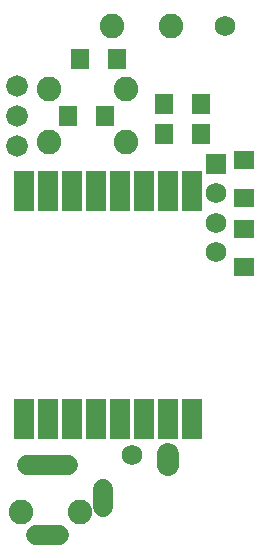
<source format=gbs>
G04 ---------------------------- Layer name :BOTTOM SOLDER LAYER*
G04 EasyEDA v5.3.2, Sat, 10 Mar 2018 16:58:59 GMT*
G04 Gerber Generator version 0.2*
G04 Scale: 100 percent, Rotated: No, Reflected: No *
G04 Dimensions in millimeters *
G04 leading zeros omitted , absolute positions ,3 integer and 3 decimal *
%FSLAX33Y33*%
%MOMM*%
G90*
G71D02*

%ADD29R,1.803197X1.503197*%
%ADD30R,1.727200X3.454400*%
%ADD41C,1.828800*%
%ADD42C,1.703197*%
%ADD43R,1.503197X1.803197*%
%ADD44C,2.082800*%
%ADD45R,1.727200X1.727200*%
%ADD46C,1.727200*%

%LPD*%
G54D41*
G01X15748Y9436D02*
G01X15748Y8521D01*
G54D42*
G01X3837Y8481D02*
G01X7338Y8481D01*
G01X4588Y2585D02*
G01X6587Y2585D01*
G01X10287Y4926D02*
G01X10287Y6426D01*
G54D29*
G01X22225Y31127D03*
G01X22225Y34327D03*
G01X22227Y25288D03*
G01X22227Y28488D03*
G54D43*
G01X7290Y38061D03*
G01X10489Y38061D03*
G01X18617Y36537D03*
G01X15418Y36537D03*
G01X11505Y42887D03*
G01X8306Y42887D03*
G01X15418Y39077D03*
G01X18617Y39077D03*
G54D30*
G01X3556Y31711D03*
G01X5588Y31711D03*
G01X7620Y31711D03*
G01X9652Y31711D03*
G01X11684Y31711D03*
G01X13716Y31711D03*
G01X15748Y31711D03*
G01X17780Y31711D03*
G01X17780Y12407D03*
G01X15748Y12407D03*
G01X13716Y12407D03*
G01X11684Y12407D03*
G01X9652Y12407D03*
G01X7620Y12407D03*
G01X5588Y12407D03*
G01X3556Y12407D03*
G54D44*
G01X3304Y4526D03*
G01X8303Y4533D03*
G01X15999Y45689D03*
G01X11000Y45681D03*
G01X5748Y40322D03*
G01X12250Y40322D03*
G01X5748Y35801D03*
G01X12250Y35801D03*
G54D41*
G01X2999Y38061D03*
G01X2999Y40601D03*
G01X2999Y35521D03*
G54D45*
G01X19812Y33997D03*
G54D46*
G01X19812Y31498D03*
G01X19812Y28996D03*
G01X19812Y26497D03*
G01X20574Y45681D03*
G01X12700Y9359D03*
M00*
M02*

</source>
